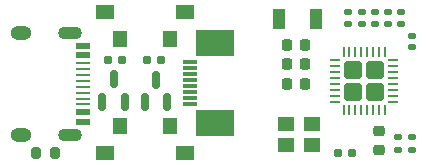
<source format=gbr>
%TF.GenerationSoftware,KiCad,Pcbnew,(6.0.2)*%
%TF.CreationDate,2022-07-11T18:19:18+02:00*%
%TF.ProjectId,ESP32-MicroView,45535033-322d-44d6-9963-726f56696577,rev?*%
%TF.SameCoordinates,Original*%
%TF.FileFunction,Paste,Bot*%
%TF.FilePolarity,Positive*%
%FSLAX46Y46*%
G04 Gerber Fmt 4.6, Leading zero omitted, Abs format (unit mm)*
G04 Created by KiCad (PCBNEW (6.0.2)) date 2022-07-11 18:19:18*
%MOMM*%
%LPD*%
G01*
G04 APERTURE LIST*
G04 Aperture macros list*
%AMRoundRect*
0 Rectangle with rounded corners*
0 $1 Rounding radius*
0 $2 $3 $4 $5 $6 $7 $8 $9 X,Y pos of 4 corners*
0 Add a 4 corners polygon primitive as box body*
4,1,4,$2,$3,$4,$5,$6,$7,$8,$9,$2,$3,0*
0 Add four circle primitives for the rounded corners*
1,1,$1+$1,$2,$3*
1,1,$1+$1,$4,$5*
1,1,$1+$1,$6,$7*
1,1,$1+$1,$8,$9*
0 Add four rect primitives between the rounded corners*
20,1,$1+$1,$2,$3,$4,$5,0*
20,1,$1+$1,$4,$5,$6,$7,0*
20,1,$1+$1,$6,$7,$8,$9,0*
20,1,$1+$1,$8,$9,$2,$3,0*%
G04 Aperture macros list end*
%ADD10R,1.200000X0.300000*%
%ADD11R,3.300000X2.200000*%
%ADD12RoundRect,0.135000X0.185000X-0.135000X0.185000X0.135000X-0.185000X0.135000X-0.185000X-0.135000X0*%
%ADD13O,1.800000X1.200000*%
%ADD14O,2.000000X1.100000*%
%ADD15R,1.300000X0.500000*%
%ADD16R,1.300000X0.280000*%
%ADD17RoundRect,0.160000X0.197500X0.160000X-0.197500X0.160000X-0.197500X-0.160000X0.197500X-0.160000X0*%
%ADD18RoundRect,0.225000X0.225000X0.250000X-0.225000X0.250000X-0.225000X-0.250000X0.225000X-0.250000X0*%
%ADD19R,1.200000X1.400000*%
%ADD20R,1.600000X1.300000*%
%ADD21R,1.000000X1.750000*%
%ADD22RoundRect,0.150000X0.150000X-0.587500X0.150000X0.587500X-0.150000X0.587500X-0.150000X-0.587500X0*%
%ADD23RoundRect,0.225000X-0.225000X-0.250000X0.225000X-0.250000X0.225000X0.250000X-0.225000X0.250000X0*%
%ADD24RoundRect,0.140000X0.170000X-0.140000X0.170000X0.140000X-0.170000X0.140000X-0.170000X-0.140000X0*%
%ADD25R,1.400000X1.200000*%
%ADD26RoundRect,0.200000X-0.200000X-0.275000X0.200000X-0.275000X0.200000X0.275000X-0.200000X0.275000X0*%
%ADD27RoundRect,0.135000X-0.185000X0.135000X-0.185000X-0.135000X0.185000X-0.135000X0.185000X0.135000X0*%
%ADD28RoundRect,0.225000X-0.250000X0.225000X-0.250000X-0.225000X0.250000X-0.225000X0.250000X0.225000X0*%
%ADD29RoundRect,0.250000X-0.495000X0.495000X-0.495000X-0.495000X0.495000X-0.495000X0.495000X0.495000X0*%
%ADD30RoundRect,0.062500X-0.062500X0.337500X-0.062500X-0.337500X0.062500X-0.337500X0.062500X0.337500X0*%
%ADD31RoundRect,0.062500X-0.337500X0.062500X-0.337500X-0.062500X0.337500X-0.062500X0.337500X0.062500X0*%
G04 APERTURE END LIST*
D10*
%TO.C,FPC1*%
X81930200Y-45239200D03*
X81930200Y-44739200D03*
X81930200Y-44239200D03*
X81930200Y-43739200D03*
X81930200Y-43239200D03*
X81930200Y-42739200D03*
X81930200Y-42239200D03*
X81930200Y-41739200D03*
D11*
X84090200Y-40139200D03*
X84090200Y-46839200D03*
%TD*%
D12*
%TO.C,R4*%
X96520000Y-38508400D03*
X96520000Y-37488400D03*
%TD*%
D13*
%TO.C,USBC1*%
X67642900Y-39239200D03*
D14*
X71842900Y-47879200D03*
X71842900Y-39239200D03*
D13*
X67642900Y-47879200D03*
D15*
X72902900Y-46759200D03*
X72902900Y-45959200D03*
D16*
X72902900Y-44809200D03*
X72902900Y-43809200D03*
X72902900Y-43309200D03*
X72902900Y-42309200D03*
D15*
X72902900Y-41159200D03*
X72902900Y-40359200D03*
D16*
X72902900Y-41809200D03*
X72902900Y-42809200D03*
X72902900Y-44309200D03*
X72902900Y-45309200D03*
%TD*%
D17*
%TO.C,R8*%
X79540700Y-41554400D03*
X78345700Y-41554400D03*
%TD*%
D18*
%TO.C,C4*%
X91707000Y-43586400D03*
X90157000Y-43586400D03*
%TD*%
D19*
%TO.C,S2*%
X76081200Y-39758000D03*
X80281200Y-39758000D03*
D20*
X81581200Y-37458000D03*
X74781200Y-37458000D03*
%TD*%
D17*
%TO.C,R7*%
X95707200Y-49377600D03*
X94512200Y-49377600D03*
%TD*%
D21*
%TO.C,T1*%
X92664400Y-38049200D03*
X89504400Y-38049200D03*
%TD*%
D22*
%TO.C,Q1*%
X80045600Y-45082700D03*
X78145600Y-45082700D03*
X79095600Y-43207700D03*
%TD*%
D23*
%TO.C,C7*%
X90157000Y-41910000D03*
X91707000Y-41910000D03*
%TD*%
D22*
%TO.C,Q2*%
X76454000Y-45059600D03*
X74554000Y-45059600D03*
X75504000Y-43184600D03*
%TD*%
D24*
%TO.C,C3*%
X99872800Y-38478400D03*
X99872800Y-37518400D03*
%TD*%
%TO.C,C1*%
X98755200Y-38478400D03*
X98755200Y-37518400D03*
%TD*%
D25*
%TO.C,Y1*%
X90086000Y-47003600D03*
X92286000Y-47003600D03*
X92286000Y-48703600D03*
X90086000Y-48703600D03*
%TD*%
D12*
%TO.C,R1*%
X97637600Y-38508400D03*
X97637600Y-37488400D03*
%TD*%
D24*
%TO.C,C2*%
X95351600Y-38478400D03*
X95351600Y-37518400D03*
%TD*%
D26*
%TO.C,F2*%
X68923400Y-49377600D03*
X70573400Y-49377600D03*
%TD*%
D23*
%TO.C,C6*%
X90157000Y-40284400D03*
X91707000Y-40284400D03*
%TD*%
D17*
%TO.C,R9*%
X76187900Y-41554400D03*
X74992900Y-41554400D03*
%TD*%
D24*
%TO.C,C8*%
X100787200Y-40459600D03*
X100787200Y-39499600D03*
%TD*%
D27*
%TO.C,R3*%
X99618800Y-48105600D03*
X99618800Y-49125600D03*
%TD*%
D28*
%TO.C,C9*%
X97993200Y-47586600D03*
X97993200Y-49136600D03*
%TD*%
D27*
%TO.C,R2*%
X100787200Y-48105600D03*
X100787200Y-49125600D03*
%TD*%
D29*
%TO.C,U1*%
X95798200Y-42407400D03*
X97648200Y-44257400D03*
X95798200Y-44257400D03*
X97648200Y-42407400D03*
D30*
X94973200Y-40882400D03*
X95473200Y-40882400D03*
X95973200Y-40882400D03*
X96473200Y-40882400D03*
X96973200Y-40882400D03*
X97473200Y-40882400D03*
X97973200Y-40882400D03*
X98473200Y-40882400D03*
D31*
X99173200Y-41582400D03*
X99173200Y-42082400D03*
X99173200Y-42582400D03*
X99173200Y-43082400D03*
X99173200Y-43582400D03*
X99173200Y-44082400D03*
X99173200Y-44582400D03*
X99173200Y-45082400D03*
D30*
X98473200Y-45782400D03*
X97973200Y-45782400D03*
X97473200Y-45782400D03*
X96973200Y-45782400D03*
X96473200Y-45782400D03*
X95973200Y-45782400D03*
X95473200Y-45782400D03*
X94973200Y-45782400D03*
D31*
X94273200Y-45082400D03*
X94273200Y-44582400D03*
X94273200Y-44082400D03*
X94273200Y-43582400D03*
X94273200Y-43082400D03*
X94273200Y-42582400D03*
X94273200Y-42082400D03*
X94273200Y-41582400D03*
%TD*%
D19*
%TO.C,S1*%
X80281200Y-47152300D03*
X76081200Y-47152300D03*
D20*
X74781200Y-49452300D03*
X81581200Y-49452300D03*
%TD*%
M02*

</source>
